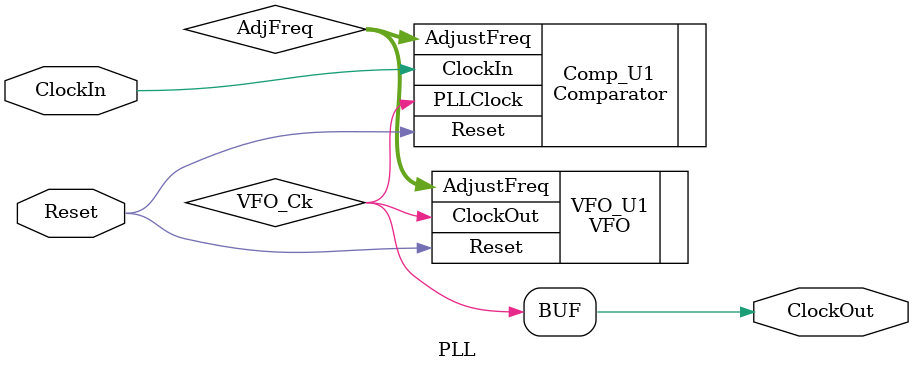
<source format=v>
module PLL (output ClockOut, input ClockIn, Reset);
//
wire[1:0] AdjFreq;
wire VFO_Ck;
//
assign ClockOut = VFO_Ck;
//
Comparator 
Comp_U1 ( .AdjustFreq(AdjFreq), .ClockIn(ClockIn)
        , .PLLClock(VFO_Ck), .Reset(Reset)
        );
VFO
VFO_U1 (.ClockOut(VFO_Ck), .AdjustFreq(AdjFreq), .Reset(Reset));
//
endmodule // PLL.


</source>
